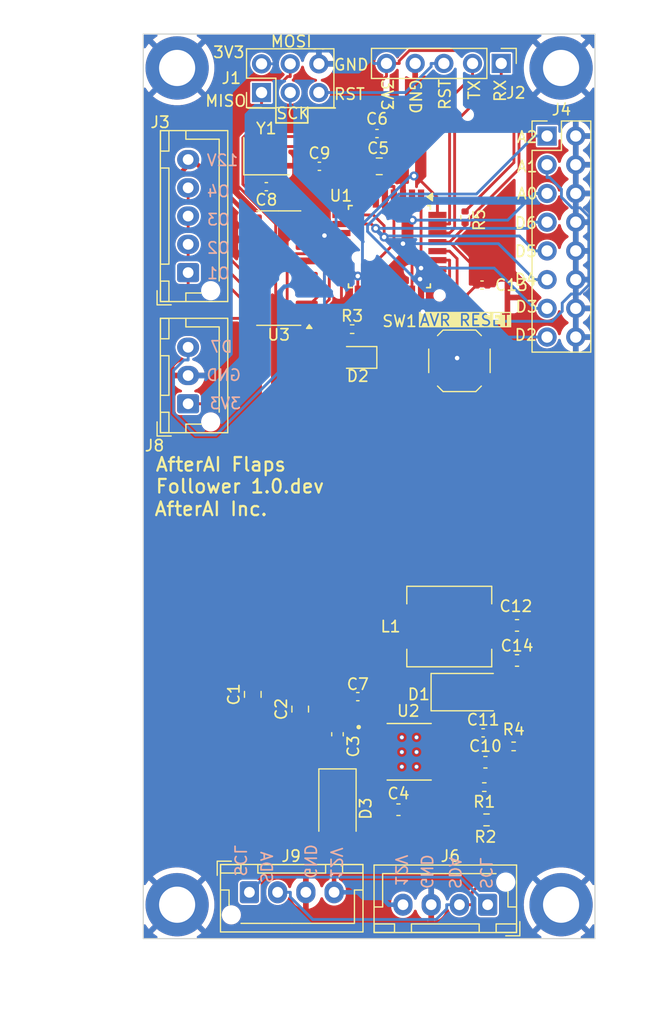
<source format=kicad_pcb>
(kicad_pcb (version 20240108) (generator "pcbnew") (generator_version "8.0")
  (title_block (title "AfterAI Flaps Follower") (date "2024-08-29") (rev "1.0.dev") (company "AfterAI Inc."))
  (layers (0 "F.Cu" signal) (31 "B.Cu" signal) (34 "B.Paste" user) (35 "F.Paste" user) (36 "B.SilkS" user "B.Silkscreen") (37 "F.SilkS" user "F.Silkscreen") (38 "B.Mask" user) (39 "F.Mask" user) (44 "Edge.Cuts" user))
  (net 0 "")
  (net 1 "+12V")
  (net 2 "+3V3")
  (net 3 "/A5{slash}SCL")
  (net 4 "/A4{slash}SDA")
  (net 5 "/D6")
  (net 6 "/D5")
  (net 7 "/D4")
  (net 8 "/D3")
  (net 9 "/D7")
  (net 10 "/D12")
  (net 11 "/D13")
  (net 12 "/D11")
  (net 13 "/RESET")
  (net 14 "/D10")
  (net 15 "/D9")
  (net 16 "/D8")
  (net 17 "/D0")
  (net 18 "/D1")
  (net 19 "GND")
  (net 20 "/+12V_CHAIN")
  (net 21 "/A0")
  (net 22 "/D2")
  (net 23 "Net-(U2-SS)")
  (net 24 "Net-(D1-K)")
  (net 25 "Net-(U2-BOOT)")
  (net 26 "Net-(U1-XTAL1{slash}PB6)")
  (net 27 "Net-(U1-XTAL2{slash}PB7)")
  (net 28 "Net-(C10-Pad2)")
  (net 29 "Net-(U2-COMP)")
  (net 30 "Net-(D2-A)")
  (net 31 "Net-(J3-Pin_3)")
  (net 32 "Net-(J3-Pin_1)")
  (net 33 "Net-(J3-Pin_2)")
  (net 34 "Net-(J3-Pin_4)")
  (net 35 "Net-(U2-VSENSE)")
  (net 40 "/A2")
  (net 41 "/A1")
  (footprint "MountingHole:MountingHole_3.2mm_M3_DIN965_Pad" (layer "F.Cu") (at 104 50)
    (property "Reference" "H2" (hide yes))
    (property "Value" "MountingHole_Pad")
  )
  (footprint "Resistor_SMD:R_0402_1005Metric" (layer "F.Cu") (at 97.2 113.6 180)
    (property "Reference" "R1")
    (property "Value" "10.2k")
  )
  (footprint "Crystal:Crystal_SMD_3225-4Pin_3.2x2.5mm" (layer "F.Cu") (at 77.9 57.8)
    (property "Reference" "Y1")
    (property "Value" "16MHz")
  )
  (footprint "Capacitor_SMD:C_0402_1005Metric" (layer "F.Cu") (at 87.7 55.8 180)
    (property "Reference" "C6")
    (property "Value" "0.1u")
  )
  (footprint "TPS54331DDAR:CONV_TPS54331DDAR" (layer "F.Cu") (at 90.55 110.5)
    (property "Reference" "U2")
    (property "Value" "TPS54331DDAR")
  )
  (footprint "Capacitor_SMD:C_0402_1005Metric" (layer "F.Cu") (at 82.6 58.7)
    (property "Reference" "C9")
    (property "Value" "22pF")
  )
  (footprint "Connector_PinHeader_2.54mm:PinHeader_2x03_P2.54mm_Vertical" (layer "F.Cu") (at 77.475 52.175 90)
    (property "Reference" "J1")
    (property "Value" "AVR-ISP-6")
  )
  (footprint "Capacitor_SMD:C_0402_1005Metric" (layer "F.Cu") (at 77.9 60.5 180)
    (property "Reference" "C8")
    (property "Value" "22pF")
  )
  (footprint "Capacitor_SMD:C_0402_1005Metric" (layer "F.Cu") (at 97 69.2 180)
    (property "Reference" "C13")
    (property "Value" "0.1u")
  )
  (footprint "MountingHole:MountingHole_3.2mm_M3_DIN965_Pad" (layer "F.Cu") (at 70 50)
    (property "Reference" "H1" (hide yes))
    (property "Value" "MountingHole_Pad")
  )
  (footprint "Connector_PinHeader_2.54mm:PinHeader_1x05_P2.54mm_Vertical" (layer "F.Cu") (at 98.7 49.6 -90)
    (property "Reference" "J2")
    (property "Value" "Serial-328P")
  )
  (footprint "Diode_SMD:D_SMA" (layer "F.Cu") (at 96 105.2)
    (property "Reference" "D1")
    (property "Value" "B340A")
  )
  (footprint "Capacitor_SMD:C_0805_2012Metric" (layer "F.Cu") (at 87.9 58.7 180)
    (property "Reference" "C5")
    (property "Value" "10uF")
  )
  (footprint "Capacitor_SMD:C_0603_1608Metric" (layer "F.Cu") (at 100.1 99.3)
    (property "Reference" "C12")
    (property "Value" "47u")
  )
  (footprint "Connector_PinHeader_2.54mm:PinHeader_2x08_P2.54mm_Vertical" (layer "F.Cu") (at 102.76 56.02)
    (property "Reference" "J4")
    (property "Value" "Conn_02x08_Odd_Even")
  )
  (footprint "Diode_SMD:D_SMA" (layer "F.Cu") (at 84.2 115.5 -90)
    (property "Reference" "D3")
    (property "Value" "B340A")
  )
  (footprint "Capacitor_SMD:C_0402_1005Metric" (layer "F.Cu") (at 97.1 108.8)
    (property "Reference" "C11")
    (property "Value" "47pF")
  )
  (footprint "Capacitor_SMD:C_0603_1608Metric" (layer "F.Cu") (at 100.1 102.4)
    (property "Reference" "C14")
    (property "Value" "47u")
  )
  (footprint "Package_SO:SOIC-16_3.9x9.9mm_P1.27mm" (layer "F.Cu") (at 79 67.7 180)
    (property "Reference" "U3")
    (property "Value" "ULN2003A")
  )
  (footprint "LED_SMD:LED_0805_2012Metric" (layer "F.Cu") (at 86 75.6 180)
    (property "Reference" "D2")
    (property "Value" "LED")
  )
  (footprint "Resistor_SMD:R_0603_1608Metric" (layer "F.Cu") (at 97.4 116.5 180)
    (property "Reference" "R2")
    (property "Value" "3.24k")
  )
  (footprint "Connector_JST:JST_XH_B3B-XH-AM_1x03_P2.50mm_Vertical" (layer "F.Cu") (at 70.975 79.7 90)
    (property "Reference" "J8")
    (property "Value" "HallSensor")
  )
  (footprint "Capacitor_SMD:C_0402_1005Metric" (layer "F.Cu") (at 86 105.6)
    (property "Reference" "C7")
    (property "Value" "0.1u")
  )
  (footprint "Connector_JST:JST_XH_B4B-XH-AM_1x04_P2.50mm_Vertical" (layer "F.Cu") (at 97.5 124 180)
    (property "Reference" "J6")
    (property "Value" "Conn_01x04_Pin")
  )
  (footprint "MountingHole:MountingHole_3.2mm_M3_DIN965_Pad" (layer "F.Cu") (at 104 124)
    (property "Reference" "H4" (hide yes))
    (property "Value" "MountingHole_Pad")
  )
  (footprint "Resistor_SMD:R_0402_1005Metric" (layer "F.Cu") (at 85.5 73.1)
    (property "Reference" "R3")
    (property "Value" "51.1")
  )
  (footprint "Capacitor_SMD:C_0603_1608Metric" (layer "F.Cu") (at 84.2 108.925 90)
    (property "Reference" "C3")
    (property "Value" "0.01u")
  )
  (footprint "Capacitor_SMD:C_0805_2012Metric" (layer "F.Cu") (at 80.9 106.7 90)
    (property "Reference" "C2")
    (property "Value" "4.7u")
  )
  (footprint "Inductor_SMD:L_Sunlord_MWSA0603S" (layer "F.Cu") (at 94.1 99.4)
    (property "Reference" "L1")
    (property "Value" "6.8uH")
  )
  (footprint "Button_Switch_SMD:SW_SPST_SKQG_WithStem" (layer "F.Cu") (at 95 75.9 180)
    (property "Reference" "SW1")
    (property "Value" "AVR RESET")
  )
  (footprint "MountingHole:MountingHole_3.2mm_M3_DIN965_Pad" (layer "F.Cu") (at 70 124)
    (property "Reference" "H3" (hide yes))
    (property "Value" "MountingHole_Pad")
  )
  (footprint "Package_QFP:TQFP-32_7x7mm_P0.8mm" (layer "F.Cu") (at 88.8 65.8 -90)
    (property "Reference" "U1")
    (property "Value" "ATmega328P-A")
  )
  (footprint "Capacitor_SMD:C_0603_1608Metric" (layer "F.Cu") (at 97.3 111.4)
    (property "Reference" "C10")
    (property "Value" "1nF")
  )
  (footprint "Connector_JST:JST_XH_B5B-XH-AM_1x05_P2.50mm_Vertical" (layer "F.Cu") (at 70.975 68.1 90)
    (property "Reference" "J3")
    (property "Value" "Conn_01x05_Pin")
  )
  (footprint "Resistor_SMD:R_0402_1005Metric" (layer "F.Cu") (at 95.5 63.2 -90)
    (property "Reference" "R5")
    (property "Value" "10k")
  )
  (footprint "Capacitor_SMD:C_0603_1608Metric" (layer "F.Cu") (at 89.6 115.6)
    (property "Reference" "C4")
    (property "Value" "0.01u")
  )
  (footprint "Connector_JST:JST_XH_B4B-XH-AM_1x04_P2.50mm_Vertical" (layer "F.Cu") (at 76.4 122.9)
    (property "Reference" "J9")
    (property "Value" "Conn_01x04_Pin")
  )
  (footprint "Resistor_SMD:R_0402_1005Metric" (layer "F.Cu") (at 99.8 110 180)
    (property "Reference" "R4")
    (property "Value" "29.4k")
  )
  (footprint "Capacitor_SMD:C_0805_2012Metric" (layer "F.Cu") (at 76.7 105.4 90)
    (property "Reference" "C1")
    (property "Value" "4.7u")
  )
  (gr_line (start 81.57 53.54) (end 81.57 54.86) (stroke (width 0.15)) (layer "F.SilkS"))
  (gr_line (start 78.75 54.86) (end 81.57 54.86) (stroke (width 0.15)) (layer "F.SilkS"))
  (gr_line (start 78.75 54.54) (end 78.75 54.86) (stroke (width 0.15)) (layer "F.SilkS"))
  (gr_line (start 78.75 53.54) (end 78.75 54.54) (stroke (width 0.15)) (layer "F.SilkS"))
  (gr_line (start 84 53.54) (end 81.57 53.54) (stroke (width 0.15)) (layer "F.SilkS"))
  (gr_line (start 76.27 53.54) (end 78.75 53.54) (stroke (width 0.15)) (layer "F.SilkS"))
  (gr_rect (start 67 47) (end 107 127) (stroke (width 0.1)) (fill none) (layer "Edge.Cuts"))
  (gr_text "O3" (at 74.75 64 0) (layer "B.SilkS") (effects (font (size 1 1)) (justify left bottom mirror)))
  (gr_text "SDA" (at 94 122.7 -90) (layer "B.SilkS") (effects (font (size 1 1)) (justify left bottom mirror)))
  (gr_text "SCL" (at 96.75 122.7 -90) (layer "B.SilkS") (effects (font (size 1 1)) (justify left bottom mirror)))
  (gr_text "3V3" (at 75.75 80.25 0) (layer "B.SilkS") (effects (font (size 1 1)) (justify left bottom mirror)))
  (gr_text "GND" (at 91.5 122.7 -90) (layer "B.SilkS") (effects (font (size 1 1)) (justify left bottom mirror)))
  (gr_text "D7" (at 75 75.25 0) (layer "B.SilkS") (effects (font (size 1 1)) (justify left bottom mirror)))
  (gr_text "12V" (at 89.25 122.45 -90) (layer "B.SilkS") (effects (font (size 1 1)) (justify left bottom mirror)))
  (gr_text "SCL" (at 75 121.6 -90) (layer "B.SilkS") (effects (font (size 1 1)) (justify left bottom mirror)))
  (gr_text "GND" (at 75.75 77.75 0) (layer "B.SilkS") (effects (font (size 1 1)) (justify left bottom mirror)))
  (gr_text "O1" (at 74.75 68.75 0) (layer "B.SilkS") (effects (font (size 1 1)) (justify left bottom mirror)))
  (gr_text "O2" (at 74.75 66.5 0) (layer "B.SilkS") (effects (font (size 1 1)) (justify left bottom mirror)))
  (gr_text "GND" (at 81.2 121.8 -90) (layer "B.SilkS") (effects (font (size 1 1)) (justify left bottom mirror)))
  (gr_text "O4" (at 74.75 61.5 0) (layer "B.SilkS") (effects (font (size 1 1)) (justify left bottom mirror)))
  (gr_text "SDA" (at 77.3 122.2 -90) (layer "B.SilkS") (effects (font (size 1 1)) (justify left bottom mirror)))
  (gr_text "12V" (at 83.5 121.8 -90) (layer "B.SilkS") (effects (font (size 1 1)) (justify left bottom mirror)))
  (gr_text "12V" (at 75.5 58.75 0) (layer "B.SilkS") (effects (font (size 1 1)) (justify left bottom mirror)))
  (gr_text "MISO" (at 72.4 53.5 0) (layer "F.SilkS") (effects (font (size 1 1)) (justify left bottom)))
  (gr_text "A0" (at 100 61.7 0) (layer "F.SilkS") (effects (font (size 1 1)) (justify left bottom)))
  (gr_text "GND" (at 83.8 50.3 0) (layer "F.SilkS") (effects (font (size 1 1)) (justify left bottom)))
  (gr_text "A2" (at 100 56.7 0) (layer "F.SilkS") (effects (font (size 1 1)) (justify left bottom)))
  (gr_text "RX" (at 99.2 53.1 90) (layer "F.SilkS") (effects (font (size 1 1)) (justify left bottom)))
  (gr_text "D6" (at 99.8 64.3 -0) (layer "F.SilkS") (effects (font (size 1 1)) (justify left bottom)))
  (gr_text "D5" (at 99.8 66.8 -0) (layer "F.SilkS") (effects (font (size 1 1)) (justify left bottom)))
  (gr_text "TX" (at 96.9 52.9 90) (layer "F.SilkS") (effects (font (size 1 1)) (justify left bottom)))
  (gr_text "SCK" (at 78.7 54.6 0) (layer "F.SilkS") (effects (font (size 1 1)) (justify left bottom)))
  (gr_text "D2" (at 99.8 74.2 -0) (layer "F.SilkS") (effects (font (size 1 1)) (justify left bottom)))
  (gr_text "AfterAI Flaps\nFollower 1.0.dev" (at 68 87.7 0) (layer "F.SilkS") (effects (font (size 1.2 1.2) (thickness 0.2) (bold yes)) (justify left bottom)))
  (gr_text "D4" (at 99.8 69.3 -0) (layer "F.SilkS") (effects (font (size 1 1)) (justify left bottom)))
  (gr_text "GND" (at 90.5 50.9 270) (layer "F.SilkS") (effects (font (size 1 1)) (justify left bottom)))
  (gr_text "RST" (at 83.8 52.9 0) (layer "F.SilkS") (effects (font (size 1 1)) (justify left bottom)))
  (gr_text "D3" (at 99.875 71.705 -0) (layer "F.SilkS") (effects (font (size 1 1)) (justify left bottom)))
  (gr_text "3V3" (at 73.1 49.2 0) (layer "F.SilkS") (effects (font (size 1 1)) (justify left bottom)))
  (gr_text "3V3" (at 88 50.9 270) (layer "F.SilkS") (effects (font (size 1 1)) (justify left bottom)))
  (gr_text "AfterAI Inc." (at 67.9 89.7 0) (layer "F.SilkS") (effects (font (size 1.2 1.2) (thickness 0.2) (bold yes)) (justify left bottom)))
  (gr_text "A1" (at 100 59.3 0) (layer "F.SilkS") (effects (font (size 1 1)) (justify left bottom)))
  (gr_text "RST" (at 94.3 53.8 90) (layer "F.SilkS") (effects (font (size 1 1)) (justify left bottom)))
  (gr_text "MOSI" (at 78.2 48.25 0) (layer "F.SilkS") (effects (font (size 1 1)) (justify left bottom)))
  (segment (start 71.4908 58.1) (end 71.4908 58.4868) (width 0.4) (layer "F.Cu") (net 1))
  (segment (start 69.5609 99.2109) (end 69.5609 60.0299) (width 0.4) (layer "F.Cu") (net 1))
  (segment (start 69.5609 60.0299) (end 71.104 58.4868) (width 0.4) (layer "F.Cu") (net 1))
  (segment (start 79.6 106.35) (end 80.9 107.65) (width 0.4) (layer "F.Cu") (net 1))
  (segment (start 87.675 109.865) (end 86.1733 109.865) (width 0.4) (layer "F.Cu") (net 1))
  (segment (start 80.9 107.65) (end 82.95 109.7) (width 0.4) (layer "F.Cu") (net 1))
  (segment (start 84.2 109.865) (end 84.2 113.5) (width 0.4) (layer "F.Cu") (net 1))
  (segment (start 84.2 109.7) (end 84.2 109.865) (width 0.4) (layer "F.Cu") (net 1))
  (segment (start 76.7 106.35) (end 79.6 106.35) (width 0.4) (layer "F.Cu") (net 1))
  (segment (start 70.975 58.1) (end 71.4908 58.1) (width 0.4) (layer "F.Cu") (net 1))
  (segment (start 84.2 109.865) (end 86.1733 109.865) (width 0.4) (layer "F.Cu") (net 1))
  (segment (start 76.7 106.35) (end 69.5609 99.2109) (width 0.4) (layer "F.Cu") (net 1))
  (segment (start 71.4908 58.4868) (end 71.7568 58.4868) (width 0.4) (layer "F.Cu") (net 1))
  (segment (start 82.95 109.7) (end 84.2 109.7) (width 0.4) (layer "F.Cu") (net 1))
  (segment (start 71.7568 58.4868) (end 76.525 63.255) (width 0.4) (layer "F.Cu") (net 1))
  (segment (start 71.104 58.4868) (end 71.4908 58.4868) (width 0.4) (layer "F.Cu") (net 1))
  (segment (start 86.95 58.7) (end 86.95 56.07) (width 0.25) (layer "F.Cu") (net 2))
  (segment (start 86.8 70.05) (end 86.8 67.9481) (width 0.25) (layer "F.Cu") (net 2))
  (segment (start 99.225 102.3) (end 99.325 102.4) (width 0.25) (layer "F.Cu") (net 2))
  (segment (start 99.325 102.4) (end 99.5477 102.6227) (width 0.25) (layer "F.Cu") (net 2))
  (segment (start 82.4699 79.7) (end 86 76.1699) (width 0.25) (layer "F.Cu") (net 2))
  (segment (start 86.8 73.6095) (end 86.8 70.05) (width 0.25) (layer "F.Cu") (net 2))
  (segment (start 86.95 56.07) (end 87.22 55.8) (width 0.25) (layer "F.Cu") (net 2))
  (segment (start 86 74.4095) (end 86.8 73.6095) (width 0.25) (layer "F.Cu") (net 2))
  (segment (start 99.6516 48.4603) (end 90.5729 48.4603) (width 0.25) (layer "F.Cu") (net 2))
  (segment (start 99.8267 58.3633) (end 99.8267 48.6354) (width 0.25) (layer "F.Cu") (net 2))
  (segment (start 97.3 110.894) (end 97.3 113.19) (width 0.25) (layer "F.Cu") (net 2))
  (segment (start 99.225 99.4) (end 99.225 102.3) (width 0.25) (layer "F.Cu") (net 2))
  (segment (start 99.225 99.4) (end 97.125 99.4) (width 0.25) (layer "F.Cu") (net 2))
  (segment (start 99.225 99.4) (end 99.325 99.3) (width 0.25) (layer "F.Cu") (net 2))
  (segment (start 87.22 52.0467) (end 88.54 50.7267) (width 0.25) (layer "F.Cu") (net 2))
  (segment (start 99.5477 102.6227) (end 99.5477 108.6463) (width 0.25) (layer "F.Cu") (net 2))
  (segment (start 99.8267 48.6354) (end 99.6516 48.4603) (width 0.25) (layer "F.Cu") (net 2))
  (segment (start 87.6 61.55) (end 87.6 60.4733) (width 0.25) (layer "F.Cu") (net 2))
  (segment (start 97.125 94.3551) (end 82.4699 79.7) (width 0.25) (layer "F.Cu") (net 2))
  (segment (start 87.6 60.4733) (end 87.6 59.35) (width 0.25) (layer "F.Cu") (net 2))
  (segment (start 86.8 67.9481) (end 89.2 65.5481) (width 0.25) (layer "F.Cu") (net 2))
  (segment (start 86 76.1699) (end 86 74.4095) (width 0.25) (layer "F.Cu") (net 2))
  (segment (start 99.5477 108.6463) (end 97.3 110.894) (width 0.25) (layer "F.Cu") (net 2))
  (segment (start 87.22 55.8) (end 87.22 52.0467) (width 0.25) (layer "F.Cu") (net 2))
  (segment (start 89.6667 49.3665) (end 89.6667 49.6) (width 0.25) (layer "F.Cu") (net 2))
  (segment (start 95.5 62.69) (end 99.8267 58.3633) (width 0.25) (layer "F.Cu") (net 2))
  (segment (start 88.54 49.6) (end 88.54 50.7267) (width 0.25) (layer "F.Cu") (net 2))
  (segment (start 82.4699 79.7) (end 70.975 79.7) (width 0.25) (layer "F.Cu") (net 2))
  (segment (start 97.3 113.19) (end 97.71 113.6) (width 0.25) (layer "F.Cu") (net 2))
  (segment (start 87.6 59.35) (end 86.95 58.7) (width 0.25) (layer "F.Cu") (net 2))
  (segment (start 89.2 61.55) (end 89.2 62.6267) (width 0.25) (layer "F.Cu") (net 2))
  (segment (start 87.6 60.4733) (end 89.2 60.4733) (width 0.25) (layer "F.Cu") (net 2))
  (segment (start 89.2 61.55) (end 89.2 60.4733) (width 0.25) (layer "F.Cu") (net 2))
  (segment (start 97.125 99.4) (end 97.125 94.3551) (width 0.25) (layer "F.Cu") (net 2))
  (segment (start 89.2 65.5481) (end 89.2 62.6267) (width 0.25) (layer "F.Cu") (net 2))
  (segment (start 90.5729 48.4603) (end 89.6667 49.3665) (width 0.25) (layer "F.Cu") (net 2))
  (segment (start 88.54 49.6) (end 89.6667 49.6) (width 0.25) (layer "F.Cu") (net 2))
  (segment (start 78.6017 49.4015) (end 78.6017 49.635) (width 0.25) (layer "B.Cu") (net 2))
  (segment (start 79.4977 48.5055) (end 78.6017 49.4015) (width 0.25) (layer "B.Cu") (net 2))
  (segment (start 77.475 49.635) (end 78.6017 49.635) (width 0.25) (layer "B.Cu") (net 2))
  (segment (start 87.4133 49.6) (end 86.3188 48.5055) (width 0.25) (layer "B.Cu") (net 2))
  (segment (start 88.54 49.6) (end 87.4133 49.6) (width 0.25) (layer "B.Cu") (net 2))
  (segment (start 86.3188 48.5055) (end 79.4977 48.5055) (width 0.25) (layer "B.Cu") (net 2))
  (segment (start 93.05 66.2) (end 94.1267 66.2) (width 0.25) (layer "F.Cu") (net 3))
  (segment (start 94.7934 66.8667) (end 94.1267 66.2) (width 0.25) (layer "F.Cu") (net 3))
  (segment (start 94.7934 75.6562) (end 94.7934 66.8667) (width 0.25) (layer "F.Cu") (net 3))
  (via (at 94.7934 75.6562) (size 0.8) (drill 0.4) (layers "F.Cu" "B.Cu") (net 3))
  (segment (start 95.0616 121.5616) (end 97.5 124) (width 0.25) (layer "B.Cu") (net 3))
  (segment (start 94.7934 121.5616) (end 95.0616 121.5616) (width 0.25) (layer "B.Cu") (net 3))
  (segment (start 76.4 122.9) (end 77.7384 121.5616) (width 0.25) (layer "B.Cu") (net 3))
  (segment (start 77.7384 121.5616) (end 94.7934 121.5616) (width 0.25) (layer "B.Cu") (net 3))
  (segment (start 94.7934 121.5616) (end 94.7934 75.6562) (width 0.25) (layer "B.Cu") (net 3))
  (segment (start 91.8257 72.238) (end 92.0409 72.238) (width 0.25) (layer "F.Cu") (net 4))
  (segment (start 100.1 104.5333) (end 100.1 89.066) (width 0.25) (layer "F.Cu") (net 4))
  (segment (start 96.1267 124) (end 96.1267 122.8733) (width 0.25) (layer "F.Cu") (net 4))
  (segment (start 94.1267 70.1522) (end 94.1267 67) (width 0.25) (layer "F.Cu") (net 4))
  (segment (start 90.7181 73.3456) (end 91.8257 72.238) (width 0.25) (layer "F.Cu") (net 4))
  (segment (start 100.1 89.066) (end 90.7181 79.6841) (width 0.25) (layer "F.Cu") (net 4))
  (segment (start 92.0409 72.238) (end 94.1267 70.1522) (width 0.25) (layer "F.Cu") (net 4))
  (segment (start 93.05 67) (end 94.1267 67) (width 0.25) (layer "F.Cu") (net 4))
  (segment (start 90.7181 79.6841) (end 90.7181 73.3456) (width 0.25) (layer "F.Cu") (net 4))
  (segment (start 95 124) (end 96.1267 124) (width 0.25) (layer "F.Cu") (net 4))
  (segment (start 100.9068 105.3401) (end 100.1 104.5333) (width 0.25) (layer "F.Cu") (net 4))
  (segment (start 100.9068 118.0932) (end 100.9068 105.3401) (width 0.25) (layer "F.Cu") (net 4))
  (segment (start 96.1267 122.8733) (end 100.9068 118.0932) (width 0.25) (layer "F.Cu") (net 4))
  (segment (start 80.0267 122.9) (end 80.0267 123.3225) (width 0.25) (layer "B.Cu") (net 4))
  (segment (start 80.0267 123.3225) (end 82.0077 125.3035) (width 0.25) (layer "B.Cu") (net 4))
  (segment (start 82.0077 125.3035) (end 92.9397 125.3035) (width 0.25) (layer "B.Cu") (net 4))
  (segment (start 78.9 122.9) (end 80.0267 122.9) (width 0.25) (layer "B.Cu") (net 4))
  (segment (start 95 124) (end 93.8733 124) (width 0.25) (layer "B.Cu") (net 4))
  (segment (start 93.8733 124.3699) (end 93.8733 124) (width 0.25) (layer "B.Cu") (net 4))
  (segment (start 92.9397 125.3035) (end 93.8733 124.3699) (width 0.25) (layer "B.Cu") (net 4))
  (segment (start 84.55 63.8) (end 87.2006 63.8) (width 0.25) (layer "F.Cu") (net 5))
  (segment (start 87.2006 63.8) (end 87.585 64.1844) (width 0.25) (layer "F.Cu") (net 5))
  (via (at 87.585 64.1844) (size 0.8) (drill 0.4) (layers "F.Cu" "B.Cu") (net 5))
  (segment (start 102.76 63.64) (end 101.6333 63.64) (width 0.25) (layer "B.Cu") (net 5))
  (segment (start 87.585 64.1844) (end 101.0889 64.1844) (width 0.25) (layer "B.Cu") (net 5))
  (segment (start 101.0889 64.1844) (end 101.6333 63.64) (width 0.25) (layer "B.Cu") (net 5))
  (segment (start 88.3316 63.9535) (end 88.3316 64.9563) (width 0.25) (layer "F.Cu") (net 6))
  (segment (start 87.3781 63) (end 88.3316 63.9535) (width 0.25) (layer "F.Cu") (net 6))
  (segment (start 84.55 63) (end 87.3781 63) (width 0.25) (layer "F.Cu") (net 6))
  (via (at 88.3316 64.9563) (size 0.8) (drill 0.4) (layers "F.Cu" "B.Cu") (net 6))
  (segment (start 100.3144 64.8611) (end 88.4268 64.8611) (width 0.25) (layer "B.Cu") (net 6))
  (segment (start 101.6333 66.18) (end 100.3144 64.8611) (width 0.25) (layer "B.Cu") (net 6))
  (segment (start 88.4268 64.8611) (end 88.3316 64.9563) (width 0.25) (layer "B.Cu") (net 6))
  (segment (start 102.76 66.18) (end 101.6333 66.18) (width 0.25) (layer "B.Cu") (net 6))
  (segment (start 90.7103 62.6267) (end 90 63.337) (width 0.25) (layer "F.Cu") (net 7))
  (segment (start 90.8 62.6267) (end 90.7103 62.6267) (width 0.25) (layer "F.Cu") (net 7))
  (segment (start 90.8 61.55) (end 90.8 62.6267) (width 0.25) (layer "F.Cu") (net 7))
  (segment (start 90 63.337) (end 90 65.5378) (width 0.25) (layer "F.Cu") (net 7))
  (via (at 90 65.5378) (size 0.8) (drill 0.4) (layers "F.Cu" "B.Cu") (net 7))
  (segment (start 98.4511 65.5378) (end 101.6333 68.72) (width 0.25) (layer "B.Cu") (net 7))
  (segment (start 90 65.5378) (end 98.4511 65.5378) (width 0.25) (layer "B.Cu") (net 7))
  (segment (start 102.76 68.72) (end 101.6333 68.72) (width 0.25) (layer "B.Cu") (net 7))
  (segment (start 91.6 67.6999) (end 91.6 62.6267) (width 0.25) (layer "F.Cu") (net 8))
  (segment (start 91.5991 67.7008) (end 91.6 67.6999) (width 0.25) (layer "F.Cu") (net 8))
  (segment (start 91.6 61.55) (end 91.6 62.6267) (width 0.25) (layer "F.Cu") (net 8))
  (via (at 91.5991 67.7008) (size 0.8) (drill 0.4) (layers "F.Cu" "B.Cu") (net 8))
  (segment (start 102.76 71.26) (end 101.6333 71.26) (width 0.25) (layer "B.Cu") (net 8))
  (segment (start 91.5991 67.7008) (end 98.0741 67.7008) (width 0.25) (layer "B.Cu") (net 8))
  (segment (start 98.0741 67.7008) (end 101.6333 71.26) (width 0.25) (layer "B.Cu") (net 8))
  (segment (start 83.2681 64.6) (end 83.0461 64.822) (width 0.25) (layer "F.Cu") (net 9))
  (segment (start 84.55 64.6) (end 83.2681 64.6) (width 0.25) (layer "F.Cu") (net 9))
  (via (at 83.0461 64.822) (size 0.8) (drill 0.4) (layers "F.Cu" "B.Cu") (net 9))
  (segment (start 70.975 74.7) (end 70.975 75.8267) (width 0.25) (layer "B.Cu") (net 9))
  (segment (start 70.6051 75.8267) (end 69.6861 76.7457) (width 0.25) (layer "B.Cu") (net 9))
  (segment (start 69.6861 76.7457) (end 69.6861 80.5121) (width 0.25) (layer "B.Cu") (net 9))
  (segment (start 71.633 82.459) (end 73.4303 82.459) (width 0.25) (layer "B.Cu") (net 9))
  (segment (start 83.0461 72.8432) (end 83.0461 64.822) (width 0.25) (layer "B.Cu") (net 9))
  (segment (start 73.4303 82.459) (end 83.0461 72.8432) (width 0.25) (layer "B.Cu") (net 9))
  (segment (start 70.975 75.8267) (end 70.6051 75.8267) (width 0.25) (layer "B.Cu") (net 9))
  (segment (start 69.6861 80.5121) (end 71.633 82.459) (width 0.25) (layer "B.Cu") (net 9))
  (segment (start 77.475 53.3017) (end 75.3912 55.3855) (width 0.25) (layer "F.Cu") (net 10))
  (segment (start 78.7289 71.0116) (end 80.4725 72.7552) (width 0.25) (layer "F.Cu") (net 10))
  (segment (start 82.4845 72.7552) (end 84.55 70.6897) (width 0.25) (layer "F.Cu") (net 10))
  (segment (start 75.3912 60.449) (end 78.7289 63.7867) (width 0.25) (layer "F.Cu") (net 10))
  (segment (start 80.4725 72.7552) (end 82.4845 72.7552) (width 0.25) (layer "F.Cu") (net 10))
  (segment (start 75.3912 55.3855) (end 75.3912 60.449) (width 0.25) (layer "F.Cu") (net 10))
  (segment (start 78.7289 63.7867) (end 78.7289 71.0116) (width 0.25) (layer "F.Cu") (net 10))
  (segment (start 77.475 52.175) (end 77.475 53.3017) (width 0.25) (layer "F.Cu") (net 10))
  (segment (start 84.55 70.6897) (end 84.55 68.6) (width 0.25) (layer "F.Cu") (net 10))
  (segment (start 86.01 73.1) (end 86 73.09) (width 0.25) (layer "F.Cu") (net 11))
  (segment (start 86 68.4078) (end 85.9981 68.4059) (width 0.25) (layer "F.Cu") (net 11))
  (segment (start 86 70.05) (end 86 68.4078) (width 0.25) (layer "F.Cu") (net 11))
  (segment (start 86 73.09) (end 86 70.05) (width 0.25) (layer "F.Cu") (net 11))
  (via (at 85.9981 68.4059) (size 0.8) (drill 0.4) (layers "F.Cu" "B.Cu") (net 11))
  (segment (start 80.015 53.3017) (end 84.0758 57.3625) (width 0.25) (layer "B.Cu") (net 11))
  (segment (start 84.0758 57.3625) (end 84.0758 66.4836) (width 0.25) (layer "B.Cu") (net 11))
  (segment (start 84.0758 66.4836) (end 85.9981 68.4059) (width 0.25) (layer "B.Cu") (net 11))
  (segment (start 80.015 52.175) (end 80.015 53.3017) (width 0.25) (layer "B.Cu") (net 11))
  (segment (start 75.8233 56.1789) (end 75.8233 60.2896) (width 0.25) (layer "F.Cu") (net 12))
  (segment (start 81.1461 72.145) (end 81.475 72.145) (width 0.25) (layer "F.Cu") (net 12))
  (segment (start 84.55 67.8) (end 83.4733 67.8) (width 0.25) (layer "F.Cu") (net 12))
  (segment (start 79.7815 50.7617) (end 78.6035 51.9397) (width 0.25) (layer "F.Cu") (net 12))
  (segment (start 79.7445 64.2108) (end 79.7445 70.7434) (width 0.25) (layer "F.Cu") (net 12))
  (segment (start 83.4733 67.8) (end 83.4733 70.475) (width 0.25) (layer "F.Cu") (net 12))
  (segment (start 75.8233 60.2896) (end 79.7445 64.2108) (width 0.25) (layer "F.Cu") (net 12))
  (segment (start 80.015 49.635) (end 80.015 50.7617) (width 0.25) (layer "F.Cu") (net 12))
  (segment (start 80.015 50.7617) (end 79.7815 50.7617) (width 0.25) (layer "F.Cu") (net 12))
  (segment (start 83.4733 70.475) (end 81.8033 72.145) (width 0.25) (layer "F.Cu") (net 12))
  (segment (start 79.7445 70.7434) (end 81.1461 72.145) (width 0.25) (layer "F.Cu") (net 12))
  (segment (start 78.6035 53.3987) (end 75.8233 56.1789) (width 0.25) (layer "F.Cu") (net 12))
  (segment (start 78.6035 51.9397) (end 78.6035 53.3987) (width 0.25) (layer "F.Cu") (net 12))
  (segment (start 81.8033 72.145) (end 81.475 72.145) (width 0.25) (layer "F.Cu") (net 12))
  (segment (start 100.2761 58.9339) (end 100.2761 48.5068) (width 0.25) (layer "F.Cu") (net 13))
  (segment (start 95.7118 77.5125) (end 95.7118 70.0082) (width 0.25) (layer "F.Cu") (net 13))
  (segment (start 100.2761 48.5068) (end 99.8135 48.0442) (width 0.25) (layer "F.Cu") (net 13))
  (segment (start 93.05 65.4) (end 94.1267 65.4) (width 0.25) (layer "F.Cu") (net 13))
  (segment (start 94.1267 65.4) (end 95.5 64.0267) (width 0.25) (layer "F.Cu") (net 13))
  (segment (start 91.9 77.75) (end 93.0767 77.75) (width 0.25) (layer "F.Cu") (net 13))
  (segment (start 87.8125 48.0442) (end 83.6817 52.175) (width 0.25) (layer "F.Cu") (net 13))
  (segment (start 95.5 64.0267) (end 95.5 63.71) (width 0.25) (layer "F.Cu") (net 13))
  (segment (start 93.3142 77.5125) (end 93.0767 77.75) (width 0.25) (layer "F.Cu") (net 13))
  (segment (start 96.9233 77.75) (end 96.6858 77.5125) (width 0.25) (layer "F.Cu") (net 13))
  (segment (start 98.1 77.75) (end 96.9233 77.75) (width 0.25) (layer "F.Cu") (net 13))
  (segment (start 99.8135 48.0442) (end 87.8125 48.0442) (width 0.25) (layer "F.Cu") (net 13))
  (segment (start 95.7118 77.5125) (end 93.3142 77.5125) (width 0.25) (layer "F.Cu") (net 13))
  (segment (start 96.6858 77.5125) (end 95.7118 77.5125) (width 0.25) (layer "F.Cu") (net 13))
  (segment (start 82.555 52.175) (end 83.6817 52.175) (width 0.25) (layer "F.Cu") (net 13))
  (segment (start 95.5 63.71) (end 100.2761 58.9339) (width 0.25) (layer "F.Cu") (net 13))
  (segment (start 96.52 67.7933) (end 96.52 69.2) (width 0.25) (layer "F.Cu") (net 13))
  (segment (start 94.1267 65.4) (end 96.52 67.7933) (width 0.25) (layer "F.Cu") (net 13))
  (segment (start 95.7118 70.0082) (end 96.52 69.2) (width 0.25) (layer "F.Cu") (net 13))
  (segment (start 92.4933 49.6) (end 92.4933 49.8817) (width 0.25) (layer "B.Cu") (net 13))
  (segment (start 93.62 49.6) (end 92.4933 49.6) (width 0.25) (layer "B.Cu") (net 13))
  (segment (start 90.2 52.175) (end 82.555 52.175) (width 0.25) (layer "B.Cu") (net 13))
  (segment (start 92.4933 49.8817) (end 90.2 52.175) (width 0.25) (layer "B.Cu") (net 13))
  (segment (start 83.0411 67.4322) (end 83.0411 69.6359) (width 0.25) (layer "F.Cu") (net 14))
  (segment (start 81.802 70.875) (end 81.475 70.875) (width 0.25) (layer "F.Cu") (net 14))
  (segment (start 84.55 67) (end 83.4733 67) (width 0.25) (layer "F.Cu") (net 14))
  (segment (start 83.4733 67) (end 83.0411 67.4322) (width 0.25) (layer "F.Cu") (net 14))
  (segment (start 83.0411 69.6359) (end 81.802 70.875) (width 0.25) (layer "F.Cu") (net 14))
  (segment (start 81.0794 68.335) (end 81.475 68.335) (width 0.25) (layer "F.Cu") (net 16))
  (segment (start 83.4733 65.4) (end 82.4433 66.43) (width 0.25) (layer "F.Cu") (net 16))
  (segment (start 80.5191 66.43) (end 80.1852 66.7639) (width 0.25) (layer "F.Cu") (net 16))
  (segment (start 84.55 65.4) (end 83.4733 65.4) (width 0.25) (layer "F.Cu") (net 16))
  (segment (start 80.1852 67.4408) (end 81.0794 68.335) (width 0.25) (layer "F.Cu") (net 16))
  (segment (start 80.1852 66.7639) (end 80.1852 67.4408) (width 0.25) (layer "F.Cu") (net 16))
  (segment (start 82.4433 66.43) (end 80.5191 66.43) (width 0.25) (layer "F.Cu") (net 16))
  (segment (start 98.7 49.6) (end 98.7 50.7267) (width 0.25) (layer "F.Cu") (net 17))
  (segment (start 94.1267 64.6) (end 94.5741 64.1526) (width 0.25) (layer "F.Cu") (net 17))
  (segment (start 94.5741 54.8526) (end 98.7 50.7267) (width 0.25) (layer "F.Cu") (net 17))
  (segment (start 94.5741 64.1526) (end 94.5741 54.8526) (width 0.25) (layer "F.Cu") (net 17))
  (segment (start 93.05 64.6) (end 94.1267 64.6) (width 0.25) (layer "F.Cu") (net 17))
  (segment (start 93.05 63.8) (end 94.1267 63.8) (width 0.25) (layer "F.Cu") (net 18))
  (segment (start 96.16 49.6) (end 96.16 50.7267) (width 0.25) (layer "F.Cu") (net 18))
  (segment (start 94.1267 63.8) (end 94.1267 52.76) (width 0.25) (layer "F.Cu") (net 18))
  (segment (start 94.1267 52.76) (end 96.16 50.7267) (width 0.25) (layer "F.Cu") (net 18))
  (segment (start 83.9 122.9) (end 83.9 121.5233) (width 0.4) (layer "F.Cu") (net 20))
  (segment (start 84.2 121.2233) (end 84.2 117.5) (width 0.4) (layer "F.Cu") (net 20))
  (segment (start 83.9 121.5233) (end 84.2 121.2233) (width 0.4) (layer "F.Cu") (net 20))
  (segment (start 87.6483 122.9) (end 88.7483 124) (width 0.4) (layer "B.Cu") (net 20))
  (segment (start 83.9 122.9) (end 87.6483 122.9) (width 0.4) (layer "B.Cu") (net 20))
  (segment (start 90 124) (end 88.7483 124) (width 0.4) (layer "B.Cu") (net 20))
  (segment (start 90.8 63.4939) (end 90.8366 63.4573) (width 0.25) (layer "F.Cu") (net 21))
  (segment (start 90.8 70.05) (end 90.8 63.4939) (width 0.25) (layer "F.Cu") (net 21))
  (via (at 90.8366 63.4573) (size 0.8) (drill 0.4) (layers "F.Cu" "B.Cu") (net 21))
  (segment (start 90.8366 63.4573) (end 99.276 63.4573) (width 0.25) (layer "B.Cu") (net 21))
  (segment (start 102.76 61.1) (end 101.6333 61.1) (width 0.25) (layer "B.Cu") (net 21))
  (segment (start 99.276 63.4573) (end 101.6333 61.1) (width 0.25) (layer "B.Cu") (net 21))
  (segment (start 90.9786 59.5531) (end 91.1408 59.5531) (width 0.25) (layer "F.Cu") (net 22))
  (segment (start 91.1408 59.5531) (end 93.05 61.4623) (width 0.25) (layer "F.Cu") (net 22))
  (segment (start 93.05 61.4623) (end 93.05 63) (width 0.25) (layer "F.Cu") (net 22))
  (via (at 90.9786 59.5531) (size 0.8) (drill 0.4) (layers "F.Cu" "B.Cu") (net 22))
  (segment (start 86.4112 67.22) (end 86.4112 63.8157) (width 0.25) (layer "B.Cu") (net 22))
  (segment (start 86.4112 63.8157) (end 90.6738 59.5531) (width 0.25) (layer "B.Cu") (net 22))
  (segment (start 102.76 73.8) (end 92.9912 73.8) (width 0.25) (layer "B.Cu") (net 22))
  (segment (start 90.6738 59.5531) (end 90.9786 59.5531) (width 0.25) (layer "B.Cu") (net 22))
  (segment (start 92.9912 73.8) (end 86.4112 67.22) (width 0.25) (layer "B.Cu") (net 22))
  (segment (start 87.675 114.45) (end 87.675 112.405) (width 0.25) (layer "F.Cu") (net 23))
  (segment (start 88.825 115.6) (end 87.675 114.45) (width 0.25) (layer "F.Cu") (net 23))
  (segment (start 91.075 102.85) (end 93.425 105.2) (width 0.25) (layer "F.Cu") (net 24))
  (segment (start 86.48 105.6) (end 88.325 105.6) (width 0.25) (layer "F.Cu") (net 24))
  (segment (start 88.325 105.6) (end 91.075 102.85) (width 0.25) (layer "F.Cu") (net 24))
  (segment (start 93.425 105.2) (end 93.425 108.595) (width 0.25) (layer "F.Cu") (net 24))
  (segment (start 91.075 99.4) (end 91.075 102.85) (width 0.25) (layer "F.Cu") (net 24))
  (segment (start 93.425 105.2) (end 94 105.2) (width 0.25) (layer "F.Cu") (net 24))
  (segment (start 85.52 105.6) (end 85.52 107.8167) (width 0.25) (layer "F.Cu") (net 25))
  (segment (start 87.675 108.595) (end 86.2983 108.595) (width 0.25) (layer "F.Cu") (net 25))
  (segment (start 85.52 107.8167) (end 86.2983 108.595) (width 0.25) (layer "F.Cu") (net 25))
  (segment (start 77.42 60.5) (end 77.42 60.1467) (width 0.25) (layer "F.Cu") (net 26))
  (segment (start 78.1881 56.0654) (end 82.3921 56.0654) (width 0.25) (layer "F.Cu") (net 26))
  (segment (start 77.42 60.1467) (end 76.8 59.5267) (width 0.25) (layer "F.Cu") (net 26))
  (segment (start 82.3921 56.0654) (end 86.8 60.4733) (width 0.25) (layer "F.Cu") (net 26))
  (segment (start 77.8233 56.4302) (end 78.1881 56.0654) (width 0.25) (layer "F.Cu") (net 26))
  (segment (start 76.8 58.65) (end 76.8 59.5267) (width 0.25) (layer "F.Cu") (net 26))
  (segment (start 86.8 61.55) (end 86.8 60.4733) (width 0.25) (layer "F.Cu") (net 26))
  (segment (start 76.8 58.65) (end 77.8233 57.6267) (width 0.25) (layer "F.Cu") (net 26))
  (segment (start 77.8233 57.6267) (end 77.8233 56.4302) (width 0.25) (layer "F.Cu") (net 26))
  (segment (start 86 61.55) (end 86 60.4733) (width 0.25) (layer "F.Cu") (net 27))
  (segment (start 79 56.95) (end 81.33 56.95) (width 0.25) (layer "F.Cu") (net 27))
  (segment (start 86 60.4733) (end 84.8533 60.4733) (width 0.25) (layer "F.Cu") (net 27))
  (segment (start 81.33 56.95) (end 83.08 58.7) (width 0.25) (layer "F.Cu") (net 27))
  (segment (start 84.8533 60.4733) (end 83.08 58.7) (width 0.25) (layer "F.Cu") (net 27))
  (segment (start 99.29 110.185) (end 99.29 110) (width 0.25) (layer "F.Cu") (net 28))
  (segment (start 98.075 111.4) (end 99.29 110.185) (width 0.25) (layer "F.Cu") (net 28))
  (segment (start 96.525 111.135) (end 93.425 111.135) (width 0.25) (layer "F.Cu") (net 29))
  (segment (start 96.525 111.135) (end 96.525 108.895) (width 0.25) (layer "F.Cu") (net 29))
  (segment (start 96.525 108.895) (end 96.62 108.8) (width 0.25) (layer "F.Cu") (net 29))
  (segment (start 96.525 111.4) (end 96.525 111.135) (width 0.25) (layer "F.Cu") (net 29))
  (segment (start 84.99 73.1) (end 84.99 75.5275) (width 0.25) (layer "F.Cu") (net 30))
  (segment (start 84.99 75.5275) (end 85.0625 75.6) (width 0.25) (layer "F.Cu") (net 30))
  (segment (start 71.3975 64.2267) (end 70.975 64.2267) (width 0.25) (layer "F.Cu") (net 31))
  (segment (start 76.2005 69.605) (end 74.7686 68.1731) (width 0.25) (layer "F.Cu") (net 31))
  (segment (start 76.525 69.605) (end 76.2005 69.605) (width 0.25) (layer "F.Cu") (net 31))
  (segment (start 74.7686 68.1731) (end 74.7686 67.5978) (width 0.25) (layer "F.Cu") (net 31))
  (segment (start 74.7686 67.5978) (end 71.3975 64.2267) (width 0.25) (layer "F.Cu") (net 31))
  (segment (start 70.975 63.1) (end 70.975 64.2267) (width 0.25) (layer "F.Cu") (net 31))
  (segment (start 70.975 68.1) (end 70.975 69.3308) (width 0.25) (layer "F.Cu") (net 32))
  (segment (start 70.975 69.3308) (end 73.7892 72.145) (width 0.25) (layer "F.Cu") (net 32))
  (segment (start 73.7892 72.145) (end 76.525 72.145) (width 0.25) (layer "F.Cu") (net 32))
  (segment (start 76.525 70.875) (end 76.1424 70.875) (width 0.25) (layer "F.Cu") (net 33))
  (segment (start 71.9941 66.7267) (end 70.975 66.7267) (width 0.25) (layer "F.Cu") (net 33))
  (segment (start 70.975 65.6) (end 70.975 66.7267) (width 0.25) (layer "F.Cu") (net 33))
  (segment (start 76.1424 70.875) (end 71.9941 66.7267) (width 0.25) (layer "F.Cu") (net 33))
  (segment (start 70.975 61.7267) (end 71.3975 61.7267) (width 0.25) (layer "F.Cu") (net 34))
  (segment (start 73.8163 66.004) (end 76.1473 68.335) (width 0.25) (layer "F.Cu") (net 34))
  (segment (start 71.3975 61.7267) (end 73.8163 64.1455) (width 0.25) (layer "F.Cu") (net 34))
  (segment (start 76.1473 68.335) (end 76.525 68.335) (width 0.25) (layer "F.Cu") (net 34))
  (segment (start 70.975 60.6) (end 70.975 61.7267) (width 0.25) (layer "F.Cu") (net 34))
  (segment (start 73.8163 64.1455) (end 73.8163 66.004) (width 0.25) (layer "F.Cu") (net 34))
  (segment (start 93.425 112.405) (end 95.495 112.405) (width 0.25) (layer "F.Cu") (net 35))
  (segment (start 96.575 116.5) (end 96.69 116.385) (width 0.25) (layer "F.Cu") (net 35))
  (segment (start 96.69 116.385) (end 96.69 113.6) (width 0.25) (layer "F.Cu") (net 35))
  (segment (start 95.495 112.405) (end 96.69 113.6) (width 0.25) (layer "F.Cu") (net 35))
  (segment (start 91.5861 68.6) (end 91.5107 68.6754) (width 0.25) (layer "F.Cu") (net 40))
  (segment (start 93.05 68.6) (end 91.5861 68.6) (width 0.25) (layer "F.Cu") (net 40))
  (via (at 91.5107 68.6754) (size 0.8) (drill 0.4) (layers "F.Cu" "B.Cu") (net 40))
  (segment (start 89.6471 61.1514) (end 96.5019 61.1514) (width 0.25) (layer "B.Cu") (net 40))
  (segment (start 96.5019 61.1514) (end 101.6333 56.02) (width 0.25) (layer "B.Cu") (net 40))
  (segment (start 102.76 56.02) (end 101.6333 56.02) (width 0.25) (layer "B.Cu") (net 40))
  (segment (start 91.5107 68.6754) (end 91.076 68.6754) (width 0.25) (layer "B.Cu") (net 40))
  (segment (start 86.8632 63.9353) (end 89.6471 61.1514) (width 0.25) (layer "B.Cu") (net 40))
  (segment (start 91.076 68.6754) (end 86.8632 64.4626) (width 0.25) (layer "B.Cu") (net 40))
  (segment (start 86.8632 64.4626) (end 86.8632 63.9353) (width 0.25) (layer "B.Cu") (net 40))
  (segment (start 91.6 70.05) (end 91.6 71.1267) (width 0.25) (layer "F.Cu") (net 41))
  (segment (start 91.6 71.1267) (end 91.7606 71.2873) (width 0.25) (layer "F.Cu") (net 41))
  (segment (start 91.7606 71.2873) (end 91.7606 71.5613) (width 0.25) (layer "F.Cu") (net 41))
  (via (at 91.7606 71.5613) (size 0.8) (drill 0.4) (layers "F.Cu" "B.Cu") (net 41))
  (segment (start 102.76 59.6867) (end 102.9934 59.6867) (width 0.25) (layer "B.Cu") (net 41))
  (segment (start 104.03 60.7233) (end 104.03 61.4253) (width 0.25) (layer "B.Cu") (net 41))
  (segment (start 104.1031 70.7829) (end 104.1031 71.5106) (width 0.25) (layer "B.Cu") (net 41))
  (segment (start 105.6873 62.37) (end 106.4569 63.1396) (width 0.25) (layer "B.Cu") (net 41))
  (segment (start 104.896 69.99) (end 104.1031 70.7829) (width 0.25) (layer "B.Cu") (net 41))
  (segment (start 106.4569 69.1937) (end 105.6606 69.99) (width 0.25) (layer "B.Cu") (net 41))
  (segment (start 106.4569 63.1396) (end 106.4569 69.1937) (width 0.25) (layer "B.Cu") (net 41))
  (segment (start 103.2095 72.4042) (end 92.6035 72.4042) (width 0.25) (layer "B.Cu") (net 41))
  (segment (start 102.9934 59.6867) (end 104.03 60.7233) (width 0.25) (layer "B.Cu") (net 41))
  (segment (start 104.9747 62.37) (end 105.6873 62.37) (width 0.25) (layer "B.Cu") (net 41))
  (segment (start 102.76 58.56) (end 102.76 59.6867) (width 0.25) (layer "B.Cu") (net 41))
  (segment (start 104.1031 71.5106) (end 103.2095 72.4042) (width 0.25) (layer "B.Cu") (net 41))
  (segment (start 104.03 61.4253) (end 104.9747 62.37) (width 0.25) (layer "B.Cu") (net 41))
  (segment (start 105.6606 69.99) (end 104.896 69.99) (width 0.25) (layer "B.Cu") (net 41))
  (segment (start 92.6035 72.4042) (end 91.7606 71.5613) (width 0.25) (layer "B.Cu") (net 41))
  (zone (net 19) (net_name "GND") (layers "F&B.Cu") (connect_pads (clearance 0.15)) (min_thickness 0.25) (fill yes (thermal_gap 0.5) (thermal_bridge_width 0.5))
    (polygon (pts (xy 63.58 43.99) (xy 109.46 43.99) (xy 109.46 131.43) (xy 63.16 131.01) (xy 63.86 45.95)))
  )
)
</source>
